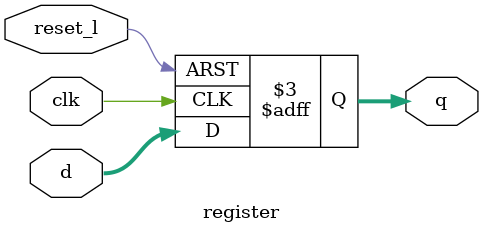
<source format=v>
module register (q, d, reset_l, clk);

    //I/O Ports
    output [7:0] q;
    input [7:0] d;
    input reset_l, clk;
    reg [7:0] q;

    //Behavioral
        always @ (posedge clk or negedge reset_l)
            if (!reset_l) begin
                q = 8'b00000000;
            end
            else begin
                q = d;
            end
endmodule
</source>
